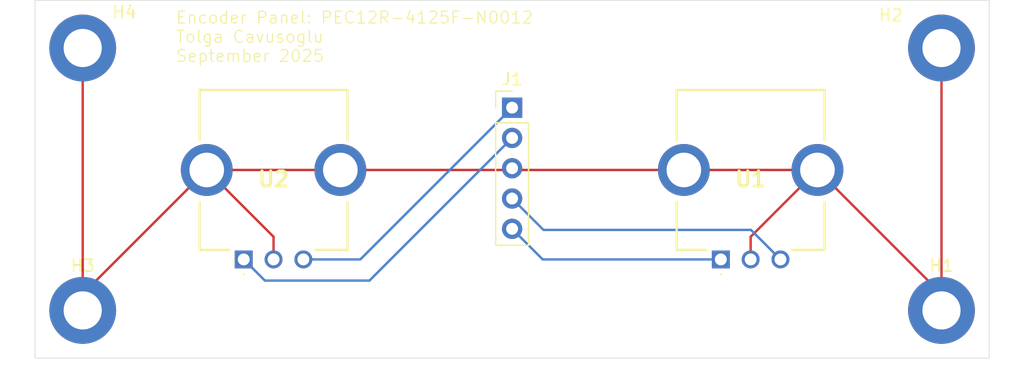
<source format=kicad_pcb>
(kicad_pcb (version 20241229) (generator "pcbnew") (generator_version "9.0")
  (layers (0 "F.Cu" signal) (2 "B.Cu" signal) (13 "F.Paste" user) (15 "B.Paste" user) (5 "F.SilkS" user "F.Silkscreen") (7 "B.SilkS" user "B.Silkscreen") (1 "F.Mask" user) (3 "B.Mask" user) (25 "Edge.Cuts" user))
  (net 0 "")
  (net 1 "Net-(J1-Pin_5)")
  (net 2 "Net-(J1-Pin_2)")
  (net 3 "Net-(J1-Pin_4)")
  (net 4 "GND")
  (net 5 "Net-(J1-Pin_1)")
  (footprint "MountingHole:MountingHole_3.2mm_M3_DIN965_Pad" (layer "F.Cu") (at 104 126)
    (property "Reference" "H3" (at 0 -3.75 0) (layer "F.SilkS"))
    (property "Value" "MountingHole_Pad")
    (pad "1" thru_hole circle (at 0 0) (size 5.6 5.6) (drill 3.2) (layers "*.Cu" "*.Mask") (net 4 "GND"))
  )
  (footprint "MountingHole:MountingHole_3.2mm_M3_DIN965_Pad" (layer "F.Cu") (at 104 104)
    (property "Reference" "H4" (at 3.5 -3 0) (layer "F.SilkS"))
    (property "Value" "MountingHole_Pad")
    (pad "1" thru_hole circle (at 0 0) (size 5.6 5.6) (drill 3.2) (layers "*.Cu" "*.Mask") (net 4 "GND"))
  )
  (footprint "Control_Panel_Footprints:PEC12R4125FN0012" (layer "F.Cu") (at 117.5 121.725)
    (property "Reference" "U2" (at 2.5 -6.725 0) (layer "F.SilkS") (effects (font (size 1.27 1.27) (thickness 0.254))))
    (property "Value" "PEC12R-4125F-N0012" (hide yes))
    (fp_line (start -3.7 -14.2) (end -3.7 -10) (stroke (width 0.2)) (layer "F.SilkS"))
    (fp_line (start -3.7 -4.8) (end -3.7 -0.8) (stroke (width 0.2)) (layer "F.SilkS"))
    (fp_line (start -3.7 -0.8) (end -1.2 -0.8) (stroke (width 0.2)) (layer "F.SilkS"))
    (fp_line (start 0 1.2) (end 0 1.2) (stroke (width 0.1)) (layer "F.SilkS"))
    (fp_line (start 0 1.3) (end 0 1.3) (stroke (width 0.1)) (layer "F.SilkS"))
    (fp_line (start 6 -0.8) (end 8.7 -0.8) (stroke (width 0.2)) (layer "F.SilkS"))
    (fp_line (start 8.7 -14.2) (end -3.7 -14.2) (stroke (width 0.2)) (layer "F.SilkS"))
    (fp_line (start 8.7 -10) (end 8.7 -14.2) (stroke (width 0.2)) (layer "F.SilkS"))
    (fp_line (start 8.7 -0.8) (end 8.7 -4.8) (stroke (width 0.2)) (layer "F.SilkS"))
    (fp_arc (start 0 1.2) (mid 0.05 1.25) (end 0 1.3) (stroke (width 0.1)) (layer "F.SilkS"))
    (fp_arc (start 0 1.3) (mid -0.05 1.25) (end 0 1.2) (stroke (width 0.1)) (layer "F.SilkS"))
    (pad "1" thru_hole circle (at -3.1 -7.5) (size 4.35 4.35) (drill 2.9) (layers "*.Cu" "*.Mask") (net 4 "GND"))
    (pad "2" thru_hole circle (at 8.1 -7.5) (size 4.35 4.35) (drill 2.9) (layers "*.Cu" "*.Mask") (net 4 "GND"))
    (pad "A1" thru_hole rect (at 0 0) (size 1.5 1.5) (drill 1) (layers "*.Cu" "*.Mask") (net 2 "Net-(J1-Pin_2)"))
    (pad "B1" thru_hole circle (at 5 0) (size 1.5 1.5) (drill 1) (layers "*.Cu" "*.Mask") (net 5 "Net-(J1-Pin_1)"))
    (pad "C1" thru_hole circle (at 2.5 0) (size 1.5 1.5) (drill 1) (layers "*.Cu" "*.Mask") (net 4 "GND"))
  )
  (footprint "MountingHole:MountingHole_3.2mm_M3_DIN965_Pad" (layer "F.Cu") (at 176 126)
    (property "Reference" "H1" (at 0 -3.75 0) (layer "F.SilkS"))
    (property "Value" "MountingHole_Pad")
    (pad "1" thru_hole circle (at 0 0) (size 5.6 5.6) (drill 3.2) (layers "*.Cu" "*.Mask") (net 4 "GND"))
  )
  (footprint "Control_Panel_Footprints:PEC12R4125FN0012" (layer "F.Cu") (at 157.5 121.725)
    (property "Reference" "U1" (at 2.5 -6.725 0) (layer "F.SilkS") (effects (font (size 1.27 1.27) (thickness 0.254))))
    (property "Value" "PEC12R-4125F-N0012" (hide yes))
    (fp_line (start -3.7 -14.2) (end -3.7 -10) (stroke (width 0.2)) (layer "F.SilkS"))
    (fp_line (start -3.7 -4.8) (end -3.7 -0.8) (stroke (width 0.2)) (layer "F.SilkS"))
    (fp_line (start -3.7 -0.8) (end -1.2 -0.8) (stroke (width 0.2)) (layer "F.SilkS"))
    (fp_line (start 0 1.2) (end 0 1.2) (stroke (width 0.1)) (layer "F.SilkS"))
    (fp_line (start 0 1.3) (end 0 1.3) (stroke (width 0.1)) (layer "F.SilkS"))
    (fp_line (start 6 -0.8) (end 8.7 -0.8) (stroke (width 0.2)) (layer "F.SilkS"))
    (fp_line (start 8.7 -14.2) (end -3.7 -14.2) (stroke (width 0.2)) (layer "F.SilkS"))
    (fp_line (start 8.7 -10) (end 8.7 -14.2) (stroke (width 0.2)) (layer "F.SilkS"))
    (fp_line (start 8.7 -0.8) (end 8.7 -4.8) (stroke (width 0.2)) (layer "F.SilkS"))
    (fp_arc (start 0 1.2) (mid 0.05 1.25) (end 0 1.3) (stroke (width 0.1)) (layer "F.SilkS"))
    (fp_arc (start 0 1.3) (mid -0.05 1.25) (end 0 1.2) (stroke (width 0.1)) (layer "F.SilkS"))
    (pad "1" thru_hole circle (at -3.1 -7.5) (size 4.35 4.35) (drill 2.9) (layers "*.Cu" "*.Mask") (net 4 "GND"))
    (pad "2" thru_hole circle (at 8.1 -7.5) (size 4.35 4.35) (drill 2.9) (layers "*.Cu" "*.Mask") (net 4 "GND"))
    (pad "A1" thru_hole rect (at 0 0) (size 1.5 1.5) (drill 1) (layers "*.Cu" "*.Mask") (net 1 "Net-(J1-Pin_5)"))
    (pad "B1" thru_hole circle (at 5 0) (size 1.5 1.5) (drill 1) (layers "*.Cu" "*.Mask") (net 3 "Net-(J1-Pin_4)"))
    (pad "C1" thru_hole circle (at 2.5 0) (size 1.5 1.5) (drill 1) (layers "*.Cu" "*.Mask") (net 4 "GND"))
  )
  (footprint "Connector_PinHeader_2.54mm:PinHeader_1x05_P2.54mm_Vertical" (layer "F.Cu") (at 140 109)
    (property "Reference" "J1" (at 0 -2.38 0) (layer "F.SilkS"))
    (property "Value" "Conn_01x05")
    (fp_line (start -1.38 -1.38) (end 0 -1.38) (stroke (width 0.12)) (layer "F.SilkS"))
    (fp_line (start -1.38 0) (end -1.38 -1.38) (stroke (width 0.12)) (layer "F.SilkS"))
    (fp_line (start -1.38 1.27) (end -1.38 11.54) (stroke (width 0.12)) (layer "F.SilkS"))
    (fp_line (start -1.38 1.27) (end 1.38 1.27) (stroke (width 0.12)) (layer "F.SilkS"))
    (fp_line (start -1.38 11.54) (end 1.38 11.54) (stroke (width 0.12)) (layer "F.SilkS"))
    (fp_line (start 1.38 1.27) (end 1.38 11.54) (stroke (width 0.12)) (layer "F.SilkS"))
    (pad "1" thru_hole rect (at 0 0) (size 1.7 1.7) (drill 1) (layers "*.Cu" "*.Mask") (net 5 "Net-(J1-Pin_1)"))
    (pad "2" thru_hole circle (at 0 2.54) (size 1.7 1.7) (drill 1) (layers "*.Cu" "*.Mask") (net 2 "Net-(J1-Pin_2)"))
    (pad "3" thru_hole circle (at 0 5.08) (size 1.7 1.7) (drill 1) (layers "*.Cu" "*.Mask") (net 4 "GND"))
    (pad "4" thru_hole circle (at 0 7.62) (size 1.7 1.7) (drill 1) (layers "*.Cu" "*.Mask") (net 3 "Net-(J1-Pin_4)"))
    (pad "5" thru_hole circle (at 0 10.16) (size 1.7 1.7) (drill 1) (layers "*.Cu" "*.Mask") (net 1 "Net-(J1-Pin_5)"))
  )
  (footprint "MountingHole:MountingHole_3.2mm_M3_DIN965_Pad" (layer "F.Cu") (at 176 104)
    (property "Reference" "H2" (at -4.25 -2.75 0) (layer "F.SilkS"))
    (property "Value" "MountingHole_Pad")
    (pad "1" thru_hole circle (at 0 0) (size 5.6 5.6) (drill 3.2) (layers "*.Cu" "*.Mask") (net 4 "GND"))
  )
  (gr_rect (start 100 100) (end 180 130) (stroke (width 0.05)) (fill no) (layer "Edge.Cuts"))
  (gr_text "Encoder Panel: PEC12R-4125F-N0012\nTolga Cavusoglu\nSeptember 2025" (at 111.75 105.25 0) (layer "F.SilkS") (effects (font (size 1 1) (thickness 0.1)) (justify left bottom)))
  (segment (start 142.565 121.725) (end 140 119.16) (width 0.2) (layer "B.Cu") (net 1))
  (segment (start 157.5 121.725) (end 142.565 121.725) (width 0.2) (layer "B.Cu") (net 1))
  (segment (start 119.275 123.5) (end 128.04 123.5) (width 0.2) (layer "B.Cu") (net 2))
  (segment (start 128.04 123.5) (end 140 111.54) (width 0.2) (layer "B.Cu") (net 2))
  (segment (start 117.5 121.725) (end 119.275 123.5) (width 0.2) (layer "B.Cu") (net 2))
  (segment (start 162.5 121.725) (end 160.025 119.25) (width 0.2) (layer "B.Cu") (net 3))
  (segment (start 160.025 119.25) (end 142.63 119.25) (width 0.2) (layer "B.Cu") (net 3))
  (segment (start 142.63 119.25) (end 140 116.62) (width 0.2) (layer "B.Cu") (net 3))
  (segment (start 176 126) (end 176 104) (width 0.2) (layer "F.Cu") (net 4))
  (segment (start 154.4 114.225) (end 140.145 114.225) (width 0.2) (layer "F.Cu") (net 4))
  (segment (start 160 121.725) (end 160 119.825) (width 0.2) (layer "F.Cu") (net 4))
  (segment (start 176 124.625) (end 176 126) (width 0.2) (layer "F.Cu") (net 4))
  (segment (start 104 104) (end 104 126) (width 0.2) (layer "F.Cu") (net 4))
  (segment (start 120 121.725) (end 120 119.825) (width 0.2) (layer "F.Cu") (net 4))
  (segment (start 139.855 114.225) (end 140 114.08) (width 0.2) (layer "F.Cu") (net 4))
  (segment (start 120 119.825) (end 114.4 114.225) (width 0.2) (layer "F.Cu") (net 4))
  (segment (start 125.6 114.225) (end 139.855 114.225) (width 0.2) (layer "F.Cu") (net 4))
  (segment (start 160 119.825) (end 165.6 114.225) (width 0.2) (layer "F.Cu") (net 4))
  (segment (start 114.4 114.225) (end 125.6 114.225) (width 0.2) (layer "F.Cu") (net 4))
  (segment (start 154.4 114.225) (end 165.6 114.225) (width 0.2) (layer "F.Cu") (net 4))
  (segment (start 114.4 114.225) (end 104 124.625) (width 0.2) (layer "F.Cu") (net 4))
  (segment (start 104 124.625) (end 104 126) (width 0.2) (layer "F.Cu") (net 4))
  (segment (start 140.145 114.225) (end 140 114.08) (width 0.2) (layer "F.Cu") (net 4))
  (segment (start 165.6 114.225) (end 176 124.625) (width 0.2) (layer "F.Cu") (net 4))
  (segment (start 127.275 121.725) (end 140 109) (width 0.2) (layer "B.Cu") (net 5))
  (segment (start 122.5 121.725) (end 127.275 121.725) (width 0.2) (layer "B.Cu") (net 5))
)
</source>
